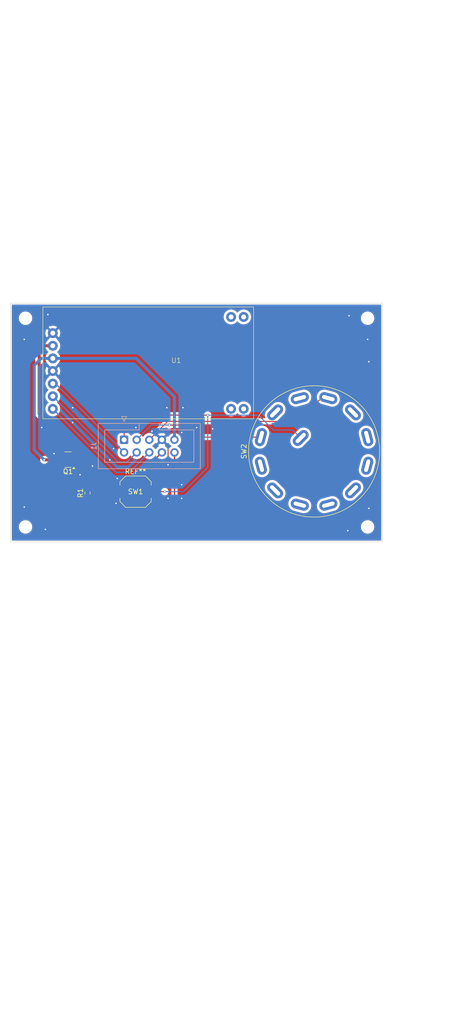
<source format=kicad_pcb>
(kicad_pcb (version 20240108) (generator "pcbnew") (generator_version "8.0")
  (layers (0 "F.Cu" signal) (31 "B.Cu" signal) (34 "B.Paste" user) (35 "F.Paste" user) (36 "B.SilkS" user "B.Silkscreen") (37 "F.SilkS" user "F.Silkscreen") (38 "B.Mask" user) (39 "F.Mask" user) (44 "Edge.Cuts" user))
  (net 0 "")
  (net 1 "+3V3")
  (net 2 "/Rudder Reset")
  (net 3 "/Trim Left")
  (net 4 "GND")
  (net 5 "/SPI_CS")
  (net 6 "/Trim Right")
  (net 7 "VBUS")
  (net 8 "/SPI_CLK")
  (net 9 "/SPI_DATA")
  (net 10 "/Display PWM")
  (net 11 "Net-(Q1-S)")
  (footprint "MountingHole:MountingHole_2.2mm_M2" (layer "F.Cu") (at 78 150)
    (property "Reference" "H4" (hide yes))
    (property "Value" "MountingHole")
    (pad "" np_thru_hole circle (at 0 0) (size 2.2 2.2) (drill 2.2) (layers "*.Cu" "*.Mask"))
  )
  (footprint "Package_TO_SOT_SMD:SOT-23" (layer "F.Cu") (at 86.5625 136.45 180)
    (property "Reference" "Q1" (at 0 -2.4 180) (layer "F.SilkS"))
    (property "Value" "SI2302")
    (fp_line (start 0 1.56) (end 0.65 1.56) (stroke (width 0.12)) (layer "F.SilkS"))
    (fp_line (start 0 1.56) (end -0.65 1.56) (stroke (width 0.12)) (layer "F.SilkS"))
    (fp_line (start 0 -1.56) (end 0.65 -1.56) (stroke (width 0.12)) (layer "F.SilkS"))
    (fp_line (start 0 -1.56) (end -0.65 -1.56) (stroke (width 0.12)) (layer "F.SilkS"))
    (fp_poly (pts (xy -1.1625 -1.51) (xy -1.4025 -1.84) (xy -0.9225 -1.84) (xy -1.1625 -1.51)) (stroke (width 0.12)) (fill solid) (layer "F.SilkS"))
    (pad "1" smd roundrect (at -0.9375 -0.95 180) (size 1.475 0.6) (layers "F.Cu" "F.Paste" "F.Mask") (net 10 "/Display PWM"))
    (pad "2" smd roundrect (at -0.9375 0.95 180) (size 1.475 0.6) (layers "F.Cu" "F.Paste" "F.Mask") (net 11 "Net-(Q1-S)"))
    (pad "3" smd roundrect (at 0.9375 0 180) (size 1.475 0.6) (layers "F.Cu" "F.Paste" "F.Mask") (net 7 "VBUS"))
  )
  (footprint "NiasStuff:C&K_Rotary_Switches" (layer "F.Cu") (at 136.2 134.8 90)
    (property "Reference" "SW2" (at 0 -14.14 -90) (layer "F.SilkS"))
    (property "Value" "SW_Rotary_1x12")
    (fp_circle (center 0 0) (end 0 13.215) (stroke (width 0.12)) (fill none) (layer "F.SilkS"))
    (pad "1" thru_hole oval (at 2.872891 -10.721776 345) (size 2 3.7) (drill oval 0.8 2.6) (layers "*.Cu" "*.Mask") (net 3 "/Trim Left"))
    (pad "2" thru_hole oval (at 7.848885 -7.848885 315) (size 2 3.7) (drill oval 0.8 2.6) (layers "*.Cu" "*.Mask"))
    (pad "3" thru_hole oval (at 10.721776 -2.872891 105) (size 2 3.7) (drill oval 0.8 2.6) (layers "*.Cu" "*.Mask"))
    (pad "4" thru_hole oval (at 10.721776 2.872891 75) (size 2 3.7) (drill oval 0.8 2.6) (layers "*.Cu" "*.Mask") (net 6 "/Trim Right"))
    (pad "5" thru_hole oval (at 7.848885 7.848885 45) (size 2 3.7) (drill oval 0.8 2.6) (layers "*.Cu" "*.Mask"))
    (pad "6" thru_hole oval (at 2.872891 10.721776 15) (size 2 3.7) (drill oval 0.8 2.6) (layers "*.Cu" "*.Mask"))
    (pad "7" thru_hole oval (at -2.872891 10.721776 345) (size 2 3.7) (drill oval 0.8 2.6) (layers "*.Cu" "*.Mask"))
    (pad "8" thru_hole oval (at -7.848885 7.848885 135) (size 2 3.7) (drill oval 0.8 2.6) (layers "*.Cu" "*.Mask"))
    (pad "9" thru_hole oval (at -10.721776 2.872891 105) (size 2 3.7) (drill oval 0.8 2.6) (layers "*.Cu" "*.Mask"))
    (pad "10" thru_hole oval (at -10.721776 -2.872891 75) (size 2 3.7) (drill oval 0.8 2.6) (layers "*.Cu" "*.Mask"))
    (pad "11" thru_hole oval (at -7.848885 -7.848885 45) (size 2 3.7) (drill oval 0.8 2.6) (layers "*.Cu" "*.Mask"))
    (pad "12" thru_hole oval (at -2.872891 -10.721776 15) (size 2 3.7) (drill oval 0.8 2.6) (layers "*.Cu" "*.Mask"))
    (pad "13" thru_hole oval (at 2.7 -2.7 135) (size 2 3.7) (drill oval 0.8 2.6) (layers "*.Cu" "*.Mask") (net 1 "+3V3"))
  )
  (footprint "MountingHole:MountingHole_2.2mm_M2" (layer "F.Cu") (at 147 150)
    (property "Reference" "H2" (hide yes))
    (property "Value" "MountingHole")
    (pad "" np_thru_hole circle (at 0 0) (size 2.2 2.2) (drill 2.2) (layers "*.Cu" "*.Mask"))
  )
  (footprint "Button_Switch_SMD:SW_Push_1TS009xxxx-xxxx-xxxx_6x6x5mm" (layer "F.Cu") (at 100.2 142.9)
    (property "Reference" "SW1" (at 0 0 0) (layer "F.SilkS"))
    (property "Value" "SW_Push")
    (fp_line (start -3.15 -1.981) (end -2 -3.15) (stroke (width 0.12)) (layer "F.SilkS"))
    (fp_line (start -3.15 -1.3) (end -3.15 -1.981) (stroke (width 0.12)) (layer "F.SilkS"))
    (fp_line (start -3.15 1.3) (end -3.15 2) (stroke (width 0.12)) (layer "F.SilkS"))
    (fp_line (start -3.15 2) (end -2 3.15) (stroke (width 0.12)) (layer "F.SilkS"))
    (fp_line (start -2 -3.15) (end 2 -3.15) (stroke (width 0.12)) (layer "F.SilkS"))
    (fp_line (start -2 3.15) (end 2 3.15) (stroke (width 0.12)) (layer "F.SilkS"))
    (fp_line (start 2 -3.15) (end 3.15 -2) (stroke (width 0.12)) (layer "F.SilkS"))
    (fp_line (start 2 3.15) (end 3.15 2) (stroke (width 0.12)) (layer "F.SilkS"))
    (fp_line (start 3.15 -2) (end 3.15 -1.3) (stroke (width 0.12)) (layer "F.SilkS"))
    (fp_line (start 3.15 2) (end 3.15 1.3) (stroke (width 0.12)) (layer "F.SilkS"))
    (fp_text user "REF**" (at 0 -4.064 0) (layer "F.SilkS"))
    (pad "1" smd roundrect (at -3 0) (size 2 2) (layers "F.Cu" "F.Paste" "F.Mask") (net 2 "/Rudder Reset"))
    (pad "2" smd roundrect (at 3 0) (size 2 2) (layers "F.Cu" "F.Paste" "F.Mask") (net 1 "+3V3"))
  )
  (footprint "Resistor_SMD:R_0603_1608Metric" (layer "F.Cu") (at 90.5 143.175 90)
    (property "Reference" "R1" (at 0 -1.43 270) (layer "F.SilkS"))
    (property "Value" "5k1")
    (fp_line (start -0.237258 -0.5225) (end 0.237258 -0.5225) (stroke (width 0.12)) (layer "F.SilkS"))
    (fp_line (start -0.237258 0.5225) (end 0.237258 0.5225) (stroke (width 0.12)) (layer "F.SilkS"))
    (pad "1" smd roundrect (at -0.825 0 90) (size 0.8 0.95) (layers "F.Cu" "F.Paste" "F.Mask") (net 4 "GND"))
    (pad "2" smd roundrect (at 0.825 0 90) (size 0.8 0.95) (layers "F.Cu" "F.Paste" "F.Mask") (net 10 "/Display PWM"))
  )
  (footprint "MountingHole:MountingHole_2.2mm_M2" (layer "F.Cu") (at 78 108)
    (property "Reference" "H3" (hide yes))
    (property "Value" "MountingHole")
    (pad "" np_thru_hole circle (at 0 0) (size 2.2 2.2) (drill 2.2) (layers "*.Cu" "*.Mask"))
  )
  (footprint "Kav_Simulations:Rudder_Trim" (layer "F.Cu") (at 81.5 128.24)
    (property "Reference" "U1" (at 26.9 -11.75 0) (layer "F.SilkS") (effects (font (thickness 0.1))))
    (property "Value" "Rudder_Trim")
    (fp_rect (start 0 0) (end 42.5 -22.5) (stroke (width 0.1)) (fill none) (layer "F.SilkS"))
    (pad "" thru_hole circle (at 37.96 -20.5) (size 2 2) (drill 1) (layers "*.Cu" "*.Mask"))
    (pad "" thru_hole circle (at 37.96 -2) (size 2 2) (drill 1) (layers "*.Cu" "*.Mask"))
    (pad "" thru_hole circle (at 40.5 -20.5) (size 2 2) (drill 1) (layers "*.Cu" "*.Mask"))
    (pad "" thru_hole circle (at 40.5 -2) (size 2 2) (drill 1) (layers "*.Cu" "*.Mask"))
    (pad "1" thru_hole circle (at 2 -2) (size 2 2) (drill 1) (layers "*.Cu" "*.Mask") (net 5 "/SPI_CS"))
    (pad "2" thru_hole circle (at 2 -4.54) (size 2 2) (drill 1) (layers "*.Cu" "*.Mask") (net 8 "/SPI_CLK"))
    (pad "3" thru_hole circle (at 2 -7.08) (size 2 2) (drill 1) (layers "*.Cu" "*.Mask") (net 9 "/SPI_DATA"))
    (pad "4" thru_hole circle (at 2 -9.62) (size 2 2) (drill 1) (layers "*.Cu" "*.Mask") (net 4 "GND"))
    (pad "5" thru_hole circle (at 2 -12.16) (size 2 2) (drill 1) (layers "*.Cu" "*.Mask") (net 7 "VBUS"))
    (pad "6" thru_hole circle (at 2 -14.7) (size 2 2) (drill 1) (layers "*.Cu" "*.Mask") (net 11 "Net-(Q1-S)"))
    (pad "7" thru_hole circle (at 2 -17.24) (size 2 2) (drill 1) (layers "*.Cu" "*.Mask") (net 4 "GND"))
  )
  (footprint "MountingHole:MountingHole_2.2mm_M2" (layer "F.Cu") (at 147 108)
    (property "Reference" "H1" (hide yes))
    (property "Value" "MountingHole")
    (pad "" np_thru_hole circle (at 0 0) (size 2.2 2.2) (drill 2.2) (layers "*.Cu" "*.Mask"))
  )
  (footprint "Connector_IDC:IDC-Header_2x05_P2.54mm_Vertical" (layer "B.Cu") (at 97.88 132.46 -90)
    (property "Reference" "J1" (at 1.27 6.1 90) (layer "B.SilkS") (effects (justify mirror)))
    (property "Value" "Conn_02x05_Odd_Even")
    (fp_line (start -3.29 5.21) (end -3.29 -15.37) (stroke (width 0.12)) (layer "B.SilkS"))
    (fp_line (start 5.83 5.21) (end -3.29 5.21) (stroke (width 0.12)) (layer "B.SilkS"))
    (fp_line (start -1.98 3.91) (end -1.98 -3.03) (stroke (width 0.12)) (layer "B.SilkS"))
    (fp_line (start 4.52 3.91) (end -1.98 3.91) (stroke (width 0.12)) (layer "B.SilkS"))
    (fp_line (start -4.68 0.5) (end -3.68 0) (stroke (width 0.12)) (layer "B.SilkS"))
    (fp_line (start -3.68 0) (end -4.68 -0.5) (stroke (width 0.12)) (layer "B.SilkS"))
    (fp_line (start -4.68 -0.5) (end -4.68 0.5) (stroke (width 0.12)) (layer "B.SilkS"))
    (fp_line (start -1.98 -3.03) (end -3.29 -3.03) (stroke (width 0.12)) (layer "B.SilkS"))
    (fp_line (start -3.29 -7.13) (end -1.98 -7.13) (stroke (width 0.12)) (layer "B.SilkS"))
    (fp_line (start -1.98 -7.13) (end -1.98 -7.13) (stroke (width 0.12)) (layer "B.SilkS"))
    (fp_line (start -1.98 -7.13) (end -1.98 -14.07) (stroke (width 0.12)) (layer "B.SilkS"))
    (fp_line (start -1.98 -14.07) (end 4.52 -14.07) (stroke (width 0.12)) (layer "B.SilkS"))
    (fp_line (start 4.52 -14.07) (end 4.52 3.91) (stroke (width 0.12)) (layer "B.SilkS"))
    (fp_line (start -3.29 -15.37) (end 5.83 -15.37) (stroke (width 0.12)) (layer "B.SilkS"))
    (fp_line (start 5.83 -15.37) (end 5.83 5.21) (stroke (width 0.12)) (layer "B.SilkS"))
    (pad "1" thru_hole roundrect (at 0 0 270) (size 1.7 1.7) (drill 1) (layers "*.Cu" "*.Mask") (roundrect_rratio 0.147059) (net 1 "+3V3"))
    (pad "2" thru_hole circle (at 2.54 0 270) (size 1.7 1.7) (drill 1) (layers "*.Cu" "*.Mask") (net 9 "/SPI_DATA"))
    (pad "3" thru_hole circle (at 0 -2.54 270) (size 1.7 1.7) (drill 1) (layers "*.Cu" "*.Mask") (net 3 "/Trim Left"))
    (pad "4" thru_hole circle (at 2.54 -2.54 270) (size 1.7 1.7) (drill 1) (layers "*.Cu" "*.Mask") (net 8 "/SPI_CLK"))
    (pad "5" thru_hole circle (at 0 -5.08 270) (size 1.7 1.7) (drill 1) (layers "*.Cu" "*.Mask") (net 6 "/Trim Right"))
    (pad "6" thru_hole circle (at 2.54 -5.08 270) (size 1.7 1.7) (drill 1) (layers "*.Cu" "*.Mask") (net 5 "/SPI_CS"))
    (pad "7" thru_hole circle (at 0 -7.62 270) (size 1.7 1.7) (drill 1) (layers "*.Cu" "*.Mask") (net 4 "GND"))
    (pad "8" thru_hole circle (at 2.54 -7.62 270) (size 1.7 1.7) (drill 1) (layers "*.Cu" "*.Mask") (net 2 "/Rudder Reset"))
    (pad "9" thru_hole circle (at 0 -10.16 270) (size 1.7 1.7) (drill 1) (layers "*.Cu" "*.Mask") (net 7 "VBUS"))
    (pad "10" thru_hole circle (at 2.54 -10.16 270) (size 1.7 1.7) (drill 1) (layers "*.Cu" "*.Mask") (net 10 "/Display PWM"))
  )
  (gr_line (start 75 153) (end 75 105) (stroke (width 0.1)) (layer "Edge.Cuts"))
  (gr_line (start 75 105) (end 150 105) (stroke (width 0.1)) (layer "Edge.Cuts"))
  (gr_line (start 150 105) (end 150 153) (stroke (width 0.1)) (layer "Edge.Cuts"))
  (gr_line (start 150 153) (end 75 153) (stroke (width 0.1)) (layer "Edge.Cuts"))
  (segment (start 97.88 131.12) (end 101.25 127.75) (width 0.2) (layer "F.Cu") (net 1))
  (segment (start 101.25 127.75) (end 101.5 127.5) (width 0.2) (layer "F.Cu") (net 1))
  (segment (start 106.1 142.9) (end 103.2 142.9) (width 0.2) (layer "F.Cu") (net 1))
  (segment (start 97.88 132.46) (end 97.88 131.12) (width 0.2) (layer "F.Cu") (net 1))
  (segment (start 101.5 127.5) (end 114.75 127.5) (width 0.2) (layer "F.Cu") (net 1))
  (via (at 106.1 142.9) (size 0.5) (drill 0.3) (layers "F.Cu" "B.Cu") (net 1))
  (via (at 114.75 127.5) (size 0.5) (drill 0.3) (layers "F.Cu" "B.Cu") (net 1))
  (segment (start 131.9 130.5) (end 133.5 132.1) (width 0.2) (layer "B.Cu") (net 1))
  (segment (start 114.75 138) (end 114.75 127.5) (width 0.2) (layer "B.Cu") (net 1))
  (segment (start 109.85 142.9) (end 114.75 138) (width 0.2) (layer "B.Cu") (net 1))
  (segment (start 125 127.5) (end 128 130.5) (width 0.2) (layer "B.Cu") (net 1))
  (segment (start 106.1 142.9) (end 109.85 142.9) (width 0.2) (layer "B.Cu") (net 1))
  (segment (start 114.75 127.5) (end 125 127.5) (width 0.2) (layer "B.Cu") (net 1))
  (segment (start 128 130.5) (end 131.9 130.5) (width 0.2) (layer "B.Cu") (net 1))
  (segment (start 105.5 135) (end 97.6 142.9) (width 0.25) (layer "F.Cu") (net 2))
  (segment (start 97.6 142.9) (end 97.2 142.9) (width 0.25) (layer "F.Cu") (net 2))
  (segment (start 107 129.5) (end 110.25 129.5) (width 0.2) (layer "F.Cu") (net 3))
  (segment (start 112.677109 131.927109) (end 125.478224 131.927109) (width 0.2) (layer "F.Cu") (net 3))
  (segment (start 110.25 129.5) (end 112.677109 131.927109) (width 0.2) (layer "F.Cu") (net 3))
  (via (at 107 129.5) (size 0.5) (drill 0.3) (layers "F.Cu" "B.Cu") (net 3))
  (segment (start 103.38 129.5) (end 100.42 132.46) (width 0.2) (layer "B.Cu") (net 3))
  (segment (start 107 129.5) (end 103.38 129.5) (width 0.2) (layer "B.Cu") (net 3))
  (segment (start 106.75 133.71) (end 106.75 137.5) (width 0.2) (layer "F.Cu") (net 4))
  (segment (start 105.5 132.46) (end 106.75 133.71) (width 0.2) (layer "F.Cu") (net 4))
  (via (at 96.5 140.25) (size 0.5) (drill 0.3) (layers "F.Cu" "B.Cu") (net 4))
  (via (at 77.75 112.25) (size 0.5) (drill 0.3) (layers "F.Cu" "B.Cu") (net 4))
  (via (at 109.5 131) (size 0.5) (drill 0.3) (layers "F.Cu" "B.Cu") (net 4))
  (via (at 109.5 141.5) (size 0.5) (drill 0.3) (layers "F.Cu" "B.Cu") (net 4))
  (via (at 95.75 134.25) (size 0.5) (drill 0.3) (layers "F.Cu" "B.Cu") (net 4))
  (via (at 106.75 137.5) (size 0.5) (drill 0.3) (layers "F.Cu" "B.Cu") (net 4))
  (via (at 77.75 146) (size 0.5) (drill 0.3) (layers "F.Cu" "B.Cu") (net 4))
  (via (at 109.75 126) (size 0.5) (drill 0.3) (layers "F.Cu" "B.Cu") (net 4))
  (via (at 91.5 137.75) (size 0.5) (drill 0.3) (layers "F.Cu" "B.Cu") (net 4))
  (via (at 143.25 107.5) (size 0.5) (drill 0.3) (layers "F.Cu" "B.Cu") (net 4))
  (via (at 100.25 130) (size 0.5) (drill 0.3) (layers "F.Cu" "B.Cu") (net 4))
  (via (at 147.25 116.75) (size 0.5) (drill 0.3) (layers "F.Cu" "B.Cu") (net 4))
  (via (at 87.5 126) (size 0.5) (drill 0.3) (layers "F.Cu" "B.Cu") (net 4))
  (via (at 82 150.5) (size 0.5) (drill 0.3) (layers "F.Cu" "B.Cu") (net 4))
  (via (at 143 150.75) (size 0.5) (drill 0.3) (layers "F.Cu" "B.Cu") (net 4))
  (via (at 83.75 135.25) (size 0.5) (drill 0.3) (layers "F.Cu" "B.Cu") (net 4))
  (via (at 96.25 145.25) (size 0.5) (drill 0.3) (layers "F.Cu" "B.Cu") (net 4))
  (via (at 106.5 126) (size 0.5) (drill 0.3) (layers "F.Cu" "B.Cu") (net 4))
  (via (at 81.25 130) (size 0.5) (drill 0.3) (layers "F.Cu" "B.Cu") (net 4))
  (via (at 87.5 129) (size 0.5) (drill 0.3) (layers "F.Cu" "B.Cu") (net 4))
  (via (at 103.5 130.75) (size 0.5) (drill 0.3) (layers "F.Cu" "B.Cu") (net 4))
  (via (at 109.5 144.25) (size 0.5) (drill 0.3) (layers "F.Cu" "B.Cu") (net 4))
  (via (at 89 139.5) (size 0.5) (drill 0.3) (layers "F.Cu" "B.Cu") (net 4))
  (via (at 106.75 144.25) (size 0.5) (drill 0.3) (layers "F.Cu" "B.Cu") (net 4))
  (via (at 115.75 130.25) (size 0.5) (drill 0.3) (layers "F.Cu" "B.Cu") (net 4))
  (via (at 82.5 107.25) (size 0.5) (drill 0.3) (layers "F.Cu" "B.Cu") (net 4))
  (via (at 95 136.5) (size 0.5) (drill 0.3) (layers "F.Cu" "B.Cu") (net 4))
  (via (at 147.25 146.25) (size 0.5) (drill 0.3) (layers "F.Cu" "B.Cu") (net 4))
  (via (at 147 112.25) (size 0.5) (drill 0.3) (layers "F.Cu" "B.Cu") (net 4))
  (via (at 112.5 130) (size 0.5) (drill 0.3) (layers "F.Cu" "B.Cu") (net 4))
  (segment (start 98.96 139) (end 96.26 139) (width 0.25) (layer "B.Cu") (net 5))
  (segment (start 96.26 139) (end 83.5 126.24) (width 0.25) (layer "B.Cu") (net 5))
  (segment (start 102.96 135) (end 98.96 139) (width 0.25) (layer "B.Cu") (net 5))
  (segment (start 132.970844 128.779156) (end 127.241834 128.779156) (width 0.2) (layer "F.Cu") (net 6))
  (segment (start 139.072891 124.078224) (end 137.671776 124.078224) (width 0.2) (layer "F.Cu") (net 6))
  (segment (start 106.67 128.75) (end 102.96 132.46) (width 0.2) (layer "F.Cu") (net 6))
  (segment (start 127.241834 128.779156) (end 127.212678 128.75) (width 0.2) (layer "F.Cu") (net 6))
  (segment (start 137.671776 124.078224) (end 132.970844 128.779156) (width 0.2) (layer "F.Cu") (net 6))
  (segment (start 127.212678 128.75) (end 106.67 128.75) (width 0.2) (layer "F.Cu") (net 6))
  (segment (start 85.575 136.5) (end 85.625 136.45) (width 0.6) (layer "F.Cu") (net 7))
  (segment (start 81.75 136.5) (end 85.575 136.5) (width 0.6) (layer "F.Cu") (net 7))
  (via (at 81.75 136.5) (size 0.5) (drill 0.3) (layers "F.Cu" "B.Cu") (net 7))
  (segment (start 81.75 136.5) (end 79.75 134.5) (width 0.6) (layer "B.Cu") (net 7))
  (segment (start 79.75 117.5) (end 81.17 116.08) (width 0.6) (layer "B.Cu") (net 7))
  (segment (start 81.17 116.08) (end 83.5 116.08) (width 0.6) (layer "B.Cu") (net 7))
  (segment (start 108.04 132.46) (end 108.04 123.79) (width 0.6) (layer "B.Cu") (net 7))
  (segment (start 100.33 116.08) (end 83.5 116.08) (width 0.6) (layer "B.Cu") (net 7))
  (segment (start 108.04 123.79) (end 100.33 116.08) (width 0.6) (layer "B.Cu") (net 7))
  (segment (start 79.75 134.5) (end 79.75 117.5) (width 0.6) (layer "B.Cu") (net 7))
  (segment (start 100.42 135) (end 98.42 137) (width 0.25) (layer "B.Cu") (net 8))
  (segment (start 96.8 137) (end 83.5 123.7) (width 0.25) (layer "B.Cu") (net 8))
  (segment (start 98.42 137) (end 96.8 137) (width 0.25) (layer "B.Cu") (net 8))
  (segment (start 84.04 121.16) (end 83.5 121.16) (width 0.25) (layer "B.Cu") (net 9))
  (segment (start 97.88 135) (end 84.04 121.16) (width 0.25) (layer "B.Cu") (net 9))
  (segment (start 108.04 135) (end 108.04 144.96) (width 0.25) (layer "F.Cu") (net 10))
  (segment (start 90.5 142.35) (end 90.5 138.5) (width 0.25) (layer "F.Cu") (net 10))
  (segment (start 90.5 138.5) (end 89.4 137.4) (width 0.25) (layer "F.Cu") (net 10))
  (segment (start 96 147) (end 91.35 142.35) (width 0.25) (layer "F.Cu") (net 10))
  (segment (start 106 147) (end 96 147) (width 0.25) (layer "F.Cu") (net 10))
  (segment (start 89.4 137.4) (end 87.5 137.4) (width 0.25) (layer "F.Cu") (net 10))
  (segment (start 108.04 144.96) (end 106 147) (width 0.25) (layer "F.Cu") (net 10))
  (segment (start 91.35 142.35) (end 90.5 142.35) (width 0.25) (layer "F.Cu") (net 10))
  (segment (start 87.5 135.5) (end 87.5 134) (width 0.6) (layer "F.Cu") (net 11))
  (segment (start 81.71 113.54) (end 83.5 113.54) (width 0.6) (layer "F.Cu") (net 11))
  (segment (start 87.5 134) (end 80.75 127.25) (width 0.6) (layer "F.Cu") (net 11))
  (segment (start 80.75 127.25) (end 80.75 114.5) (width 0.6) (layer "F.Cu") (net 11))
  (segment (start 80.75 114.5) (end 81.71 113.54) (width 0.6) (layer "F.Cu") (net 11))
  (zone (net 4) (net_name "GND") (layers "F&B.Cu") (connect_pads (clearance 0.5)) (min_thickness 0.25) (fill yes (thermal_gap 0.5) (thermal_bridge_width 0.5))
    (polygon (pts (xy 150 153) (xy 75 153) (xy 75 105) (xy 150 105)))
  )
)
</source>
